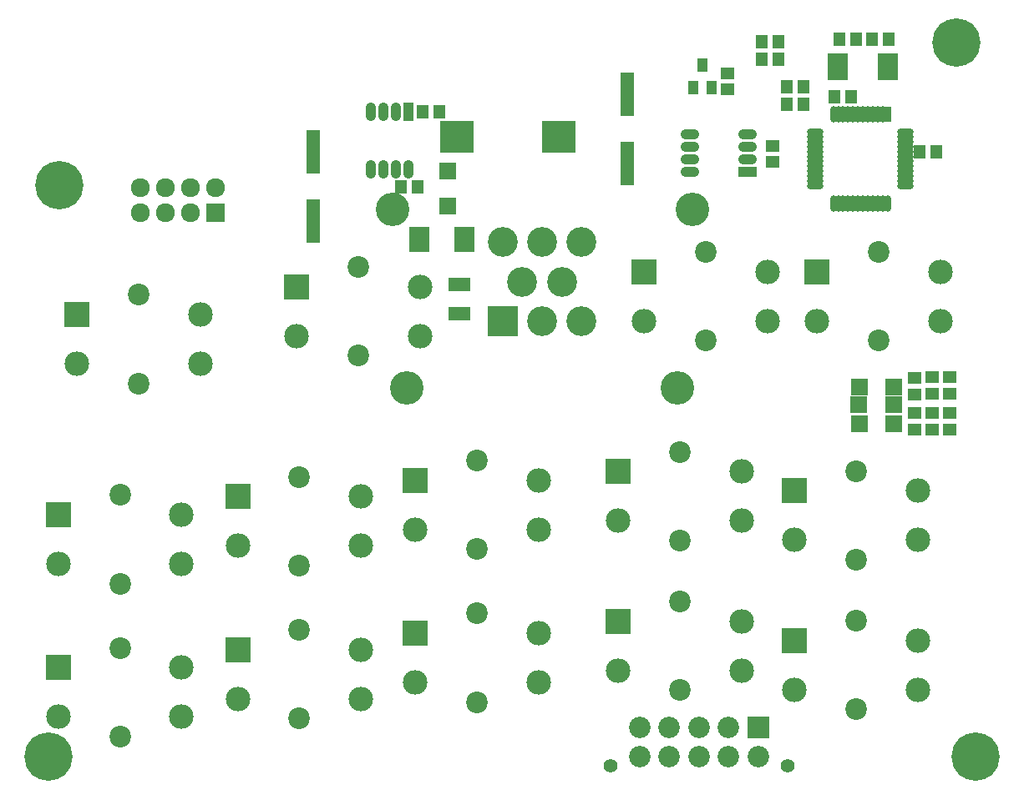
<source format=gts>
G04 #@! TF.FileFunction,Soldermask,Top*
%FSLAX46Y46*%
G04 Gerber Fmt 4.6, Leading zero omitted, Abs format (unit mm)*
G04 Created by KiCad (PCBNEW (2016-07-28 BZR 6996, Git e15ad93)-product) date Thu Oct 20 17:42:39 2016*
%MOMM*%
%LPD*%
G01*
G04 APERTURE LIST*
%ADD10C,0.100000*%
%ADD11R,1.162000X1.339800*%
%ADD12R,1.398220X4.397960*%
%ADD13R,1.339800X1.162000*%
%ADD14R,2.017980X2.579320*%
%ADD15R,1.799540X1.697940*%
%ADD16R,1.697940X1.799540*%
%ADD17R,2.299920X1.398220*%
%ADD18R,3.023820X3.023820*%
%ADD19C,3.023820*%
%ADD20C,3.399740*%
%ADD21R,2.178000X2.178000*%
%ADD22C,2.178000*%
%ADD23C,1.418540*%
%ADD24R,3.399740X3.199080*%
%ADD25R,2.498040X2.498040*%
%ADD26C,2.498040*%
%ADD27C,2.198320*%
%ADD28R,1.924000X1.035000*%
%ADD29O,1.924000X1.035000*%
%ADD30R,0.679400X1.644600*%
%ADD31O,0.679400X1.644600*%
%ADD32O,1.644600X0.679400*%
%ADD33R,1.035000X1.924000*%
%ADD34O,1.035000X1.924000*%
%ADD35R,1.047700X1.449020*%
%ADD36R,2.099260X2.797760*%
%ADD37R,1.924000X1.924000*%
%ADD38C,1.924000*%
%ADD39C,4.900000*%
G04 APERTURE END LIST*
D10*
D11*
X84251800Y-85090000D03*
X85928200Y-85090000D03*
D12*
X75374500Y-88630760D03*
X75374500Y-81534000D03*
D13*
X121920000Y-80949800D03*
X121920000Y-82626200D03*
D11*
X132003800Y-70104000D03*
X133680200Y-70104000D03*
X130378200Y-70104000D03*
X128701800Y-70104000D03*
X86474300Y-77470000D03*
X88150700Y-77470000D03*
D13*
X117348000Y-75260200D03*
X117348000Y-73583800D03*
D11*
X136829800Y-81534000D03*
X138506200Y-81534000D03*
D12*
X107188000Y-82788760D03*
X107188000Y-75692000D03*
D11*
X128193800Y-75946000D03*
X129870200Y-75946000D03*
D14*
X86093300Y-90424000D03*
X90690700Y-90424000D03*
D11*
X125044200Y-74930000D03*
X123367800Y-74930000D03*
D15*
X88963500Y-87045800D03*
X88963500Y-83515200D03*
D11*
X122511635Y-70426340D03*
X120835235Y-70426340D03*
D16*
X134226300Y-105473500D03*
X130695700Y-105473500D03*
X134198465Y-107251500D03*
X130667865Y-107251500D03*
X134226300Y-109156500D03*
X130695700Y-109156500D03*
D17*
X90170000Y-98018600D03*
X90170000Y-95021400D03*
D18*
X94554040Y-98739960D03*
D19*
X98552000Y-98739960D03*
X102549960Y-98739960D03*
X96553020Y-94742000D03*
X100550980Y-94742000D03*
X94554040Y-90744040D03*
X98552000Y-90744040D03*
X102549960Y-90744040D03*
D20*
X84853780Y-105539540D03*
X112250220Y-105539540D03*
X113751360Y-87442040D03*
X83352640Y-87442040D03*
D21*
X120439180Y-139951460D03*
D22*
X117441980Y-139951460D03*
X114444780Y-139951460D03*
X111447580Y-139951460D03*
X108450380Y-139951460D03*
X120439180Y-142948660D03*
X117441980Y-142948660D03*
X114444780Y-142948660D03*
X111447580Y-142948660D03*
X108450380Y-142948660D03*
D23*
X123444000Y-143891000D03*
X105445560Y-143891000D03*
D24*
X89916000Y-80010000D03*
X100213160Y-80010000D03*
D11*
X123367800Y-76708000D03*
X125044200Y-76708000D03*
X120827800Y-72136000D03*
X122504200Y-72136000D03*
D13*
X138049000Y-104444800D03*
X138049000Y-106121200D03*
X136271000Y-104508300D03*
X136271000Y-106184700D03*
X139827000Y-104444800D03*
X139827000Y-106121200D03*
X138049000Y-109753400D03*
X138049000Y-108077000D03*
X136271000Y-109740700D03*
X136271000Y-108064300D03*
X139827000Y-109753400D03*
X139827000Y-108077000D03*
D25*
X106248200Y-129199640D03*
D26*
X118745000Y-129199640D03*
X106248200Y-134198360D03*
X118745000Y-134198360D03*
D27*
X112496600Y-127200660D03*
X112496600Y-136197340D03*
D25*
X124155200Y-131145280D03*
D26*
X136652000Y-131145280D03*
X124155200Y-136144000D03*
X136652000Y-136144000D03*
D27*
X130403600Y-129146300D03*
X130403600Y-138142980D03*
D25*
X106273600Y-114025680D03*
D26*
X118770400Y-114025680D03*
X106273600Y-119024400D03*
X118770400Y-119024400D03*
D27*
X112522000Y-112026700D03*
X112522000Y-121023380D03*
D25*
X124155200Y-115963700D03*
D26*
X136652000Y-115963700D03*
X124155200Y-120962420D03*
X136652000Y-120962420D03*
D27*
X130403600Y-113964720D03*
X130403600Y-122961400D03*
D25*
X49504600Y-133908800D03*
D26*
X62001400Y-133908800D03*
X49504600Y-138907520D03*
X62001400Y-138907520D03*
D27*
X55753000Y-131909820D03*
X55753000Y-140906500D03*
D25*
X67691000Y-132080000D03*
D26*
X80187800Y-132080000D03*
X67691000Y-137078720D03*
X80187800Y-137078720D03*
D27*
X73939400Y-130081020D03*
X73939400Y-139077700D03*
D25*
X85699600Y-130421380D03*
D26*
X98196400Y-130421380D03*
X85699600Y-135420100D03*
X98196400Y-135420100D03*
D27*
X91948000Y-128422400D03*
X91948000Y-137419080D03*
D25*
X49504600Y-118394480D03*
D26*
X62001400Y-118394480D03*
X49504600Y-123393200D03*
X62001400Y-123393200D03*
D27*
X55753000Y-116395500D03*
X55753000Y-125392180D03*
D25*
X67691000Y-116565680D03*
D26*
X80187800Y-116565680D03*
X67691000Y-121564400D03*
X80187800Y-121564400D03*
D27*
X73939400Y-114566700D03*
X73939400Y-123563380D03*
D25*
X85699600Y-114896900D03*
D26*
X98196400Y-114896900D03*
X85699600Y-119895620D03*
X98196400Y-119895620D03*
D27*
X91948000Y-112897920D03*
X91948000Y-121894600D03*
D25*
X51409600Y-98084640D03*
D26*
X63906400Y-98084640D03*
X51409600Y-103083360D03*
X63906400Y-103083360D03*
D27*
X57658000Y-96085660D03*
X57658000Y-105082340D03*
D25*
X73660000Y-95250000D03*
D26*
X86156800Y-95250000D03*
X73660000Y-100248720D03*
X86156800Y-100248720D03*
D27*
X79908400Y-93251020D03*
X79908400Y-102247700D03*
D25*
X126441200Y-93726000D03*
D26*
X138938000Y-93726000D03*
X126441200Y-98724720D03*
X138938000Y-98724720D03*
D27*
X132689600Y-91727020D03*
X132689600Y-100723700D03*
D25*
X108915200Y-93726000D03*
D26*
X121412000Y-93726000D03*
X108915200Y-98724720D03*
X121412000Y-98724720D03*
D27*
X115163600Y-91727020D03*
X115163600Y-100723700D03*
D28*
X119380000Y-83566000D03*
D29*
X119380000Y-82296000D03*
X119380000Y-81026000D03*
X119380000Y-79756000D03*
X113538000Y-79756000D03*
X113538000Y-81026000D03*
X113538000Y-82296000D03*
X113538000Y-83566000D03*
D30*
X133558280Y-77749400D03*
D31*
X133057900Y-77749400D03*
X132557520Y-77749400D03*
X132059680Y-77749400D03*
X131559300Y-77749400D03*
X131058920Y-77749400D03*
X130561080Y-77749400D03*
X130060700Y-77749400D03*
X129560320Y-77749400D03*
X129062480Y-77749400D03*
X128562100Y-77749400D03*
X128061720Y-77749400D03*
D32*
X126263400Y-79547720D03*
X126263400Y-80048100D03*
X126263400Y-80548480D03*
X126263400Y-81046320D03*
X126263400Y-81546700D03*
X126263400Y-82047080D03*
X126263400Y-82544920D03*
X126263400Y-83045300D03*
X126263400Y-83545680D03*
X126263400Y-84043520D03*
X126263400Y-84543900D03*
X126263400Y-85044280D03*
D31*
X128061720Y-86842600D03*
X128562100Y-86842600D03*
X129062480Y-86842600D03*
X129560320Y-86842600D03*
X130060700Y-86842600D03*
X130561080Y-86842600D03*
X131058920Y-86842600D03*
X131559300Y-86842600D03*
X132059680Y-86842600D03*
X132557520Y-86842600D03*
X133057900Y-86842600D03*
X133558280Y-86842600D03*
D32*
X135356600Y-85044280D03*
X135356600Y-84543900D03*
X135356600Y-84043520D03*
X135356600Y-83545680D03*
X135356600Y-83045300D03*
X135356600Y-82544920D03*
X135356600Y-82047080D03*
X135356600Y-81546700D03*
X135356600Y-81046320D03*
X135356600Y-80548480D03*
X135356600Y-80048100D03*
X135356600Y-79547720D03*
D33*
X85026500Y-77470000D03*
D34*
X83756500Y-77470000D03*
X82486500Y-77470000D03*
X81216500Y-77470000D03*
X81216500Y-83312000D03*
X82486500Y-83312000D03*
X83756500Y-83312000D03*
X85026500Y-83312000D03*
D35*
X113858040Y-75062080D03*
X115757960Y-75062080D03*
X114808000Y-72765920D03*
D36*
X133604000Y-72898000D03*
X128524000Y-72898000D03*
D37*
X65481200Y-87731600D03*
D38*
X65481200Y-85191600D03*
X62941200Y-87731600D03*
X62941200Y-85191600D03*
X60401200Y-87731600D03*
X60401200Y-85191600D03*
X57861200Y-87731600D03*
X57861200Y-85191600D03*
D39*
X140503660Y-70519540D03*
X49612800Y-84918800D03*
X48516800Y-142973800D03*
X142465800Y-142973800D03*
M02*

</source>
